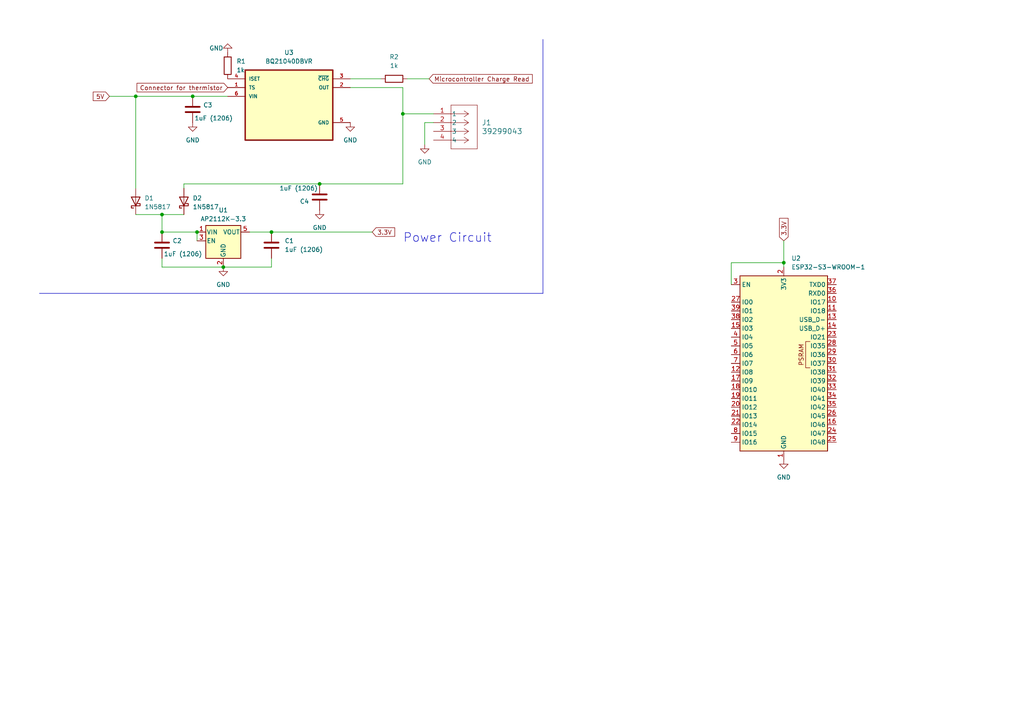
<source format=kicad_sch>
(kicad_sch (version 20231120) (generator "eeschema") (generator_version "8.0")
  (paper "A4")
  (lib_symbols
    (symbol "39299043:39299043" (pin_names (offset 0.254))
      (property "Reference" "J" (at 8.89 6.35 0))
      (property "Value" "39299043" (at 0 0 0))
      (symbol "39299043_1_1"
        (polyline (pts (xy 5.08 -10.16) (xy 12.7 -10.16)) (stroke (width 0.127)))
        (polyline (pts (xy 5.08 2.54) (xy 5.08 -10.16)) (stroke (width 0.127)))
        (polyline (pts (xy 10.16 -7.62) (xy 5.08 -7.62)) (stroke (width 0.127)))
        (polyline (pts (xy 10.16 -7.62) (xy 8.89 -8.4667)) (stroke (width 0.127)))
        (polyline (pts (xy 10.16 -7.62) (xy 8.89 -6.7733)) (stroke (width 0.127)))
        (polyline (pts (xy 10.16 -5.08) (xy 5.08 -5.08)) (stroke (width 0.127)))
        (polyline (pts (xy 10.16 -5.08) (xy 8.89 -5.9267)) (stroke (width 0.127)))
        (polyline (pts (xy 10.16 -5.08) (xy 8.89 -4.2333)) (stroke (width 0.127)))
        (polyline (pts (xy 10.16 -2.54) (xy 5.08 -2.54)) (stroke (width 0.127)))
        (polyline (pts (xy 10.16 -2.54) (xy 8.89 -3.3867)) (stroke (width 0.127)))
        (polyline (pts (xy 10.16 -2.54) (xy 8.89 -1.6933)) (stroke (width 0.127)))
        (polyline (pts (xy 10.16 0) (xy 5.08 0)) (stroke (width 0.127)))
        (polyline (pts (xy 10.16 0) (xy 8.89 -0.8467)) (stroke (width 0.127)))
        (polyline (pts (xy 10.16 0) (xy 8.89 0.8467)) (stroke (width 0.127)))
        (polyline (pts (xy 12.7 -10.16) (xy 12.7 2.54)) (stroke (width 0.127)))
        (polyline (pts (xy 12.7 2.54) (xy 5.08 2.54)) (stroke (width 0.127)))
        (pin unspecified line (at 0 0 0) (length 5.08) (name "1") (number "1"))
        (pin unspecified line (at 0 -2.54 0) (length 5.08) (name "2") (number "2"))
        (pin unspecified line (at 0 -5.08 0) (length 5.08) (name "3") (number "3"))
        (pin unspecified line (at 0 -7.62 0) (length 5.08) (name "4") (number "4"))
      )
      (symbol "39299043_1_2"
        (polyline (pts (xy 5.08 -10.16) (xy 12.7 -10.16)) (stroke (width 0.127)))
        (polyline (pts (xy 5.08 2.54) (xy 5.08 -10.16)) (stroke (width 0.127)))
        (polyline (pts (xy 7.62 -7.62) (xy 5.08 -7.62)) (stroke (width 0.127)))
        (polyline (pts (xy 7.62 -7.62) (xy 8.89 -8.4667)) (stroke (width 0.127)))
        (polyline (pts (xy 7.62 -7.62) (xy 8.89 -6.7733)) (stroke (width 0.127)))
        (polyline (pts (xy 7.62 -5.08) (xy 5.08 -5.08)) (stroke (width 0.127)))
        (polyline (pts (xy 7.62 -5.08) (xy 8.89 -5.9267)) (stroke (width 0.127)))
        (polyline (pts (xy 7.62 -5.08) (xy 8.89 -4.2333)) (stroke (width 0.127)))
        (polyline (pts (xy 7.62 -2.54) (xy 5.08 -2.54)) (stroke (width 0.127)))
        (polyline (pts (xy 7.62 -2.54) (xy 8.89 -3.3867)) (stroke (width 0.127)))
        (polyline (pts (xy 7.62 -2.54) (xy 8.89 -1.6933)) (stroke (width 0.127)))
        (polyline (pts (xy 7.62 0) (xy 5.08 0)) (stroke (width 0.127)))
        (polyline (pts (xy 7.62 0) (xy 8.89 -0.8467)) (stroke (width 0.127)))
        (polyline (pts (xy 7.62 0) (xy 8.89 0.8467)) (stroke (width 0.127)))
        (polyline (pts (xy 12.7 -10.16) (xy 12.7 2.54)) (stroke (width 0.127)))
        (polyline (pts (xy 12.7 2.54) (xy 5.08 2.54)) (stroke (width 0.127)))
        (pin unspecified line (at 0 0 0) (length 5.08) (name "1") (number "1"))
        (pin unspecified line (at 0 -2.54 0) (length 5.08) (name "2") (number "2"))
        (pin unspecified line (at 0 -5.08 0) (length 5.08) (name "3") (number "3"))
        (pin unspecified line (at 0 -7.62 0) (length 5.08) (name "4") (number "4"))
      )
    )
    (symbol "BQ21040DBVR:BQ21040DBVR" (pin_names (offset 1.016))
      (property "Reference" "U" (at -12.7 11.16 0))
      (property "Value" "BQ21040DBVR" (at -12.7 -14.16 0))
      (symbol "BQ21040DBVR_0_0"
        (rectangle (start -12.7 -10.16) (end 12.7 10.16) (stroke (width 0.41)) (fill (type background)))
        (pin input line (at -17.78 5.08 0) (length 5.08) (name "TS") (number "1"))
        (pin output line (at 17.78 5.08 180) (length 5.08) (name "OUT") (number "2"))
        (pin output line (at 17.78 7.62 180) (length 5.08) (name "~{CHG}") (number "3"))
        (pin input line (at -17.78 7.62 0) (length 5.08) (name "ISET") (number "4"))
        (pin power_in line (at 17.78 -5.08 180) (length 5.08) (name "GND") (number "5"))
        (pin input line (at -17.78 2.54 0) (length 5.08) (name "VIN") (number "6"))
      )
    )
    (symbol "Device:C" (pin_numbers hide) (pin_names (offset 0.254))
      (property "Reference" "C" (at 0.635 2.54 0))
      (property "Value" "C" (at 0.635 -2.54 0))
      (symbol "C_0_1"
        (polyline (pts (xy -2.032 -0.762) (xy 2.032 -0.762)) (stroke (width 0.508)))
        (polyline (pts (xy -2.032 0.762) (xy 2.032 0.762)) (stroke (width 0.508)))
      )
      (symbol "C_1_1"
        (pin passive line (at 0 3.81 270) (length 2.794) (name "~") (number "1"))
        (pin passive line (at 0 -3.81 90) (length 2.794) (name "~") (number "2"))
      )
    )
    (symbol "Device:R" (pin_numbers hide) (pin_names (offset 0))
      (property "Reference" "R" (at 2.032 0 90))
      (property "Value" "R" (at 0 0 90))
      (symbol "R_0_1"
        (rectangle (start -1.016 -2.54) (end 1.016 2.54) (stroke (width 0.254)))
      )
      (symbol "R_1_1"
        (pin passive line (at 0 3.81 270) (length 1.27) (name "~") (number "1"))
        (pin passive line (at 0 -3.81 90) (length 1.27) (name "~") (number "2"))
      )
    )
    (symbol "Diode:1N5817" (pin_numbers hide) (pin_names (offset 1.016) hide)
      (property "Reference" "D" (at 0 2.54 0))
      (property "Value" "1N5817" (at 0 -2.54 0))
      (symbol "1N5817_0_1"
        (polyline (pts (xy 1.27 0) (xy -1.27 0)))
        (polyline (pts (xy 1.27 1.27) (xy 1.27 -1.27) (xy -1.27 0) (xy 1.27 1.27)) (stroke (width 0.254)))
        (polyline (pts (xy -1.905 0.635) (xy -1.905 1.27) (xy -1.27 1.27) (xy -1.27 -1.27) (xy -0.635 -1.27) (xy -0.635 -0.635)) (stroke (width 0.254)))
      )
      (symbol "1N5817_1_1"
        (pin passive line (at -3.81 0 0) (length 2.54) (name "K") (number "1"))
        (pin passive line (at 3.81 0 180) (length 2.54) (name "A") (number "2"))
      )
    )
    (symbol "RF_Module:ESP32-S3-WROOM-1"
      (property "Reference" "U" (at -12.7 26.67 0))
      (property "Value" "ESP32-S3-WROOM-1" (at 12.7 26.67 0))
      (symbol "ESP32-S3-WROOM-1_0_0"
        (rectangle (start -12.7 25.4) (end 12.7 -25.4) (stroke (width 0.254)) (fill (type background)))
        (text "PSRAM" (at 5.08 2.54 900) (effects (font (size 1.27 1.27))))
      )
      (symbol "ESP32-S3-WROOM-1_0_1"
        (polyline (pts (xy 7.62 -1.27) (xy 6.35 -1.27) (xy 6.35 6.35) (xy 7.62 6.35)))
      )
      (symbol "ESP32-S3-WROOM-1_1_1"
        (pin power_in line (at 0 -27.94 90) (length 2.54) (name "GND") (number "1"))
        (pin bidirectional line (at 15.24 17.78 180) (length 2.54) (name "IO17") (number "10"))
        (pin bidirectional line (at 15.24 15.24 180) (length 2.54) (name "IO18") (number "11"))
        (pin bidirectional line (at -15.24 -2.54 0) (length 2.54) (name "IO8") (number "12"))
        (pin bidirectional line (at 15.24 12.7 180) (length 2.54) (name "USB_D-") (number "13"))
        (pin bidirectional line (at 15.24 10.16 180) (length 2.54) (name "USB_D+") (number "14"))
        (pin bidirectional line (at -15.24 10.16 0) (length 2.54) (name "IO3") (number "15"))
        (pin bidirectional line (at 15.24 -17.78 180) (length 2.54) (name "IO46") (number "16"))
        (pin bidirectional line (at -15.24 -5.08 0) (length 2.54) (name "IO9") (number "17"))
        (pin bidirectional line (at -15.24 -7.62 0) (length 2.54) (name "IO10") (number "18"))
        (pin bidirectional line (at -15.24 -10.16 0) (length 2.54) (name "IO11") (number "19"))
        (pin power_in line (at 0 27.94 270) (length 2.54) (name "3V3") (number "2"))
        (pin bidirectional line (at -15.24 -12.7 0) (length 2.54) (name "IO12") (number "20"))
        (pin bidirectional line (at -15.24 -15.24 0) (length 2.54) (name "IO13") (number "21"))
        (pin bidirectional line (at -15.24 -17.78 0) (length 2.54) (name "IO14") (number "22"))
        (pin bidirectional line (at 15.24 7.62 180) (length 2.54) (name "IO21") (number "23"))
        (pin bidirectional line (at 15.24 -20.32 180) (length 2.54) (name "IO47") (number "24"))
        (pin bidirectional line (at 15.24 -22.86 180) (length 2.54) (name "IO48") (number "25"))
        (pin bidirectional line (at 15.24 -15.24 180) (length 2.54) (name "IO45") (number "26"))
        (pin bidirectional line (at -15.24 17.78 0) (length 2.54) (name "IO0") (number "27"))
        (pin bidirectional line (at 15.24 5.08 180) (length 2.54) (name "IO35") (number "28"))
        (pin bidirectional line (at 15.24 2.54 180) (length 2.54) (name "IO36") (number "29"))
        (pin input line (at -15.24 22.86 0) (length 2.54) (name "EN") (number "3"))
        (pin bidirectional line (at 15.24 0 180) (length 2.54) (name "IO37") (number "30"))
        (pin bidirectional line (at 15.24 -2.54 180) (length 2.54) (name "IO38") (number "31"))
        (pin bidirectional line (at 15.24 -5.08 180) (length 2.54) (name "IO39") (number "32"))
        (pin bidirectional line (at 15.24 -7.62 180) (length 2.54) (name "IO40") (number "33"))
        (pin bidirectional line (at 15.24 -10.16 180) (length 2.54) (name "IO41") (number "34"))
        (pin bidirectional line (at 15.24 -12.7 180) (length 2.54) (name "IO42") (number "35"))
        (pin bidirectional line (at 15.24 20.32 180) (length 2.54) (name "RXD0") (number "36"))
        (pin bidirectional line (at 15.24 22.86 180) (length 2.54) (name "TXD0") (number "37"))
        (pin bidirectional line (at -15.24 12.7 0) (length 2.54) (name "IO2") (number "38"))
        (pin bidirectional line (at -15.24 15.24 0) (length 2.54) (name "IO1") (number "39"))
        (pin bidirectional line (at -15.24 7.62 0) (length 2.54) (name "IO4") (number "4"))
        (pin passive line (at 0 -27.94 90) (length 2.54) hide (name "GND") (number "40"))
        (pin passive line (at 0 -27.94 90) (length 2.54) hide (name "GND") (number "41"))
        (pin bidirectional line (at -15.24 5.08 0) (length 2.54) (name "IO5") (number "5"))
        (pin bidirectional line (at -15.24 2.54 0) (length 2.54) (name "IO6") (number "6"))
        (pin bidirectional line (at -15.24 0 0) (length 2.54) (name "IO7") (number "7"))
        (pin bidirectional line (at -15.24 -20.32 0) (length 2.54) (name "IO15") (number "8"))
        (pin bidirectional line (at -15.24 -22.86 0) (length 2.54) (name "IO16") (number "9"))
      )
    )
    (symbol "Regulator_Linear:AP2112K-3.3" (pin_names (offset 0.254))
      (property "Reference" "U" (at -5.08 5.715 0))
      (property "Value" "AP2112K-3.3" (at 0 5.715 0))
      (symbol "AP2112K-3.3_0_1"
        (rectangle (start -5.08 4.445) (end 5.08 -5.08) (stroke (width 0.254)) (fill (type background)))
      )
      (symbol "AP2112K-3.3_1_1"
        (pin power_in line (at -7.62 2.54 0) (length 2.54) (name "VIN") (number "1"))
        (pin power_in line (at 0 -7.62 90) (length 2.54) (name "GND") (number "2"))
        (pin input line (at -7.62 0 0) (length 2.54) (name "EN") (number "3"))
        (pin no_connect line (at 5.08 0 180) (length 2.54) hide (name "NC") (number "4"))
        (pin power_out line (at 7.62 2.54 180) (length 2.54) (name "VOUT") (number "5"))
      )
    )
    (symbol "power:GND" (power) (pin_numbers hide) (pin_names (offset 0) hide)
      (property "Value" "GND" (at 0 -3.81 0))
      (symbol "GND_0_1"
        (polyline (pts (xy 0 0) (xy 0 -1.27) (xy 1.27 -1.27) (xy 0 -2.54) (xy -1.27 -1.27) (xy 0 -1.27)))
      )
      (symbol "GND_1_1"
        (pin power_in line (at 0 0 270) (length 0) (name "~") (number "1"))
      )
    )
  )
  (junction (at 227.33 76.2))
  (junction (at 78.74 67.31))
  (junction (at 64.77 77.47))
  (junction (at 39.37 27.94))
  (junction (at 57.15 67.31))
  (junction (at 55.88 27.94))
  (junction (at 92.71 53.34))
  (junction (at 46.99 62.23))
  (junction (at 46.99 67.31))
  (junction (at 116.84 33.02))
  (wire (pts (xy 101.6 22.86) (xy 110.49 22.86)))
  (wire (pts (xy 66.04 27.94) (xy 55.88 27.94)))
  (wire (pts (xy 46.99 67.31) (xy 57.15 67.31)))
  (wire (pts (xy 101.6 25.4) (xy 116.84 25.4)))
  (wire (pts (xy 118.11 22.86) (xy 124.46 22.86)))
  (wire (pts (xy 46.99 62.23) (xy 46.99 67.31)))
  (wire (pts (xy 78.74 74.93) (xy 78.74 77.47)))
  (wire (pts (xy 125.73 33.02) (xy 116.84 33.02)))
  (wire (pts (xy 39.37 27.94) (xy 55.88 27.94)))
  (wire (pts (xy 212.09 82.55) (xy 212.09 76.2)))
  (wire (pts (xy 57.15 67.31) (xy 57.15 69.85)))
  (wire (pts (xy 46.99 74.93) (xy 46.99 77.47)))
  (wire (pts (xy 72.39 67.31) (xy 78.74 67.31)))
  (wire (pts (xy 212.09 76.2) (xy 227.33 76.2)))
  (wire (pts (xy 78.74 67.31) (xy 107.95 67.31)))
  (wire (pts (xy 116.84 33.02) (xy 116.84 53.34)))
  (wire (pts (xy 123.19 35.56) (xy 123.19 41.91)))
  (wire (pts (xy 46.99 62.23) (xy 53.34 62.23)))
  (wire (pts (xy 39.37 62.23) (xy 46.99 62.23)))
  (wire (pts (xy 227.33 69.85) (xy 227.33 76.2)))
  (wire (pts (xy 39.37 27.94) (xy 39.37 54.61)))
  (wire (pts (xy 46.99 77.47) (xy 64.77 77.47)))
  (wire (pts (xy 227.33 76.2) (xy 227.33 77.47)))
  (wire (pts (xy 53.34 53.34) (xy 92.71 53.34)))
  (wire (pts (xy 116.84 25.4) (xy 116.84 33.02)))
  (wire (pts (xy 31.75 27.94) (xy 39.37 27.94)))
  (wire (pts (xy 64.77 77.47) (xy 78.74 77.47)))
  (wire (pts (xy 92.71 53.34) (xy 116.84 53.34)))
  (polyline (pts (xy 157.48 11.43) (xy 157.48 85.09)))
  (polyline (pts (xy 11.43 85.09) (xy 157.48 85.09)))
  (wire (pts (xy 125.73 35.56) (xy 123.19 35.56)))
  (wire (pts (xy 53.34 54.61) (xy 53.34 53.34)))
  (text "Power Circuit" (at 129.794 69.088 0) (effects (font (size 2.54 2.54))))
  (global_label "3.3V" (shape input) (at 107.95 67.31 0) (property "Intersheetrefs" "${INTERSHEET_REFS}" (effects (hide yes))))
  (global_label "Microcontroller Charge Read" (shape input) (at 124.46 22.86 0) (property "Intersheetrefs" "${INTERSHEET_REFS}" (effects (hide yes))))
  (global_label "5V" (shape input) (at 31.75 27.94 180) (property "Intersheetrefs" "${INTERSHEET_REFS}" (effects (hide yes))))
  (global_label "3.3V" (shape input) (at 227.33 69.85 90) (property "Intersheetrefs" "${INTERSHEET_REFS}" (effects (hide yes))))
  (global_label "Connector for thermistor" (shape input) (at 66.04 25.4 180) (property "Intersheetrefs" "${INTERSHEET_REFS}" (effects (hide yes))))
  (symbol (lib_id "power:GND") (at 123.19 41.91 0) (unit 1)
    (property "Reference" "#PWR07" (effects (hide yes)))
    (property "Value" "GND" (at 123.19 46.99 0))
    (property "Description" "Power symbol creates a global label with name \"GND\" , ground" (effects (hide yes)))
  )
  (symbol (lib_id "power:GND") (at 55.88 35.56 0) (unit 1)
    (property "Reference" "#PWR05" (effects (hide yes)))
    (property "Value" "GND" (at 55.88 40.64 0))
    (property "Description" "Power symbol creates a global label with name \"GND\" , ground" (effects (hide yes)))
  )
  (symbol (lib_id "Device:C") (at 55.88 31.75 0) (unit 1)
    (property "Reference" "C3" (at 58.928 30.48 0) (effects (justify left)))
    (property "Value" "1uF (1206)" (at 56.388 34.29 0) (effects (justify left)))
    (property "Footprint" "Capacitor_SMD:C_1206_3216Metric_Pad1.33x1.80mm_HandSolder" (effects (hide yes)))
    (property "Description" "Unpolarized capacitor" (effects (hide yes)))
  )
  (symbol (lib_id "39299043:39299043") (at 125.73 33.02 0) (unit 1)
    (property "Reference" "J1" (at 139.7 35.5599 0) (effects (font (size 1.524 1.524)) (justify left)))
    (property "Value" "39299043" (at 139.7 38.0999 0) (effects (font (size 1.524 1.524)) (justify left)))
    (property "Footprint" "CONN_5566-04x2_MOL" (effects (hide yes)))
    (property "Datasheet" "39299043" (effects (hide yes)))
  )
  (symbol (lib_id "Diode:1N5817") (at 53.34 58.42 90) (unit 1)
    (property "Reference" "D2" (at 55.88 57.4674 90) (effects (justify right)))
    (property "Value" "1N5817" (at 55.88 60.0074 90) (effects (justify right)))
    (property "Footprint" "Diode_THT:D_DO-41_SOD81_P10.16mm_Horizontal" (effects (hide yes)))
    (property "Datasheet" "http://www.vishay.com/docs/88525/1n5817.pdf" (effects (hide yes)))
    (property "Description" "20V 1A Schottky Barrier Rectifier Diode, DO-41" (effects (hide yes)))
  )
  (symbol (lib_id "Device:C") (at 46.99 71.12 0) (unit 1)
    (property "Reference" "C2" (at 50.038 69.85 0) (effects (justify left)))
    (property "Value" "1uF (1206)" (at 47.498 73.66 0) (effects (justify left)))
    (property "Footprint" "Capacitor_SMD:C_1206_3216Metric_Pad1.33x1.80mm_HandSolder" (effects (hide yes)))
    (property "Description" "Unpolarized capacitor" (effects (hide yes)))
  )
  (symbol (lib_id "RF_Module:ESP32-S3-WROOM-1") (at 227.33 105.41 0) (unit 1)
    (property "Reference" "U2" (at 229.5241 74.93 0) (effects (justify left)))
    (property "Value" "ESP32-S3-WROOM-1" (at 229.5241 77.47 0) (effects (justify left)))
    (property "Footprint" "RF_Module:ESP32-S3-WROOM-1" (effects (hide yes)))
    (property "Datasheet" "https://www.espressif.com/sites/default/files/documentation/esp32-s3-wroom-1_wroom-1u_datasheet_en.pdf" (effects (hide yes)))
    (property "Description" "RF Module, ESP32-S3 SoC, Wi-Fi 802.11b/g/n, Bluetooth, BLE, 32-bit, 3.3V, onboard antenna, SMD" (effects (hide yes)))
  )
  (symbol (lib_id "Device:C") (at 92.71 57.15 180) (unit 1)
    (property "Reference" "C4" (at 89.662 58.42 0) (effects (justify left)))
    (property "Value" "1uF (1206)" (at 92.202 54.61 0) (effects (justify left)))
    (property "Footprint" "Capacitor_SMD:C_1206_3216Metric_Pad1.33x1.80mm_HandSolder" (effects (hide yes)))
    (property "Description" "Unpolarized capacitor" (effects (hide yes)))
  )
  (symbol (lib_id "Device:C") (at 78.74 71.12 0) (unit 1)
    (property "Reference" "C1" (at 82.55 69.8499 0) (effects (justify left)))
    (property "Value" "1uF (1206)" (at 82.55 72.3899 0) (effects (justify left)))
    (property "Footprint" "Capacitor_SMD:C_1206_3216Metric_Pad1.33x1.80mm_HandSolder" (effects (hide yes)))
    (property "Description" "Unpolarized capacitor" (effects (hide yes)))
  )
  (symbol (lib_id "power:GND") (at 227.33 133.35 0) (unit 1)
    (property "Reference" "#PWR02" (effects (hide yes)))
    (property "Value" "GND" (at 227.33 138.43 0))
    (property "Description" "Power symbol creates a global label with name \"GND\" , ground" (effects (hide yes)))
  )
  (symbol (lib_id "power:GND") (at 66.04 15.24 180) (unit 1)
    (property "Reference" "#PWR06" (effects (hide yes)))
    (property "Value" "GND" (at 62.738 13.97 0))
    (property "Description" "Power symbol creates a global label with name \"GND\" , ground" (effects (hide yes)))
  )
  (symbol (lib_id "Regulator_Linear:AP2112K-3.3") (at 64.77 69.85 0) (unit 1)
    (property "Reference" "U1" (at 64.77 60.96 0))
    (property "Value" "AP2112K-3.3" (at 64.77 63.5 0))
    (property "Footprint" "Package_TO_SOT_SMD:SOT-23-5" (effects (hide yes)))
    (property "Datasheet" "https://www.diodes.com/assets/Datasheets/AP2112.pdf" (effects (hide yes)))
    (property "Description" "600mA low dropout linear regulator, with enable pin, 3.8V-6V input voltage range, 3.3V fixed positive output, SOT-23-5" (effects (hide yes)))
  )
  (symbol (lib_id "power:GND") (at 101.6 35.56 0) (unit 1)
    (property "Reference" "#PWR03" (effects (hide yes)))
    (property "Value" "GND" (at 101.6 40.64 0))
    (property "Description" "Power symbol creates a global label with name \"GND\" , ground" (effects (hide yes)))
  )
  (symbol (lib_id "Device:R") (at 66.04 19.05 0) (unit 1)
    (property "Reference" "R1" (at 68.58 17.7799 0) (effects (justify left)))
    (property "Value" "1k" (at 68.58 20.3199 0) (effects (justify left)))
    (property "Footprint" "Resistor_SMD:R_1206_3216Metric_Pad1.30x1.75mm_HandSolder" (effects (hide yes)))
    (property "Description" "Resistor" (effects (hide yes)))
  )
  (symbol (lib_id "power:GND") (at 64.77 77.47 0) (unit 1)
    (property "Reference" "#PWR01" (effects (hide yes)))
    (property "Value" "GND" (at 64.77 82.55 0))
    (property "Description" "Power symbol creates a global label with name \"GND\" , ground" (effects (hide yes)))
  )
  (symbol (lib_id "Diode:1N5817") (at 39.37 58.42 90) (unit 1)
    (property "Reference" "D1" (at 41.91 57.4674 90) (effects (justify right)))
    (property "Value" "1N5817" (at 41.91 60.0074 90) (effects (justify right)))
    (property "Footprint" "Diode_THT:D_DO-41_SOD81_P10.16mm_Horizontal" (effects (hide yes)))
    (property "Datasheet" "http://www.vishay.com/docs/88525/1n5817.pdf" (effects (hide yes)))
    (property "Description" "20V 1A Schottky Barrier Rectifier Diode, DO-41" (effects (hide yes)))
  )
  (symbol (lib_id "power:GND") (at 92.71 60.96 0) (unit 1)
    (property "Reference" "#PWR04" (effects (hide yes)))
    (property "Value" "GND" (at 92.71 66.04 0))
    (property "Description" "Power symbol creates a global label with name \"GND\" , ground" (effects (hide yes)))
  )
  (symbol (lib_id "BQ21040DBVR:BQ21040DBVR") (at 83.82 30.48 0) (unit 1)
    (property "Reference" "U3" (at 83.82 15.24 0))
    (property "Value" "BQ21040DBVR" (at 83.82 17.78 0))
    (property "Footprint" "BQ21040DBVR:SOT95P280X145-6N" (effects (hide yes)))
  )
  (symbol (lib_id "Device:R") (at 114.3 22.86 90) (unit 1)
    (property "Reference" "R2" (at 114.3 16.51 90))
    (property "Value" "1k" (at 114.3 19.05 90))
    (property "Footprint" "Resistor_SMD:R_1206_3216Metric_Pad1.30x1.75mm_HandSolder" (effects (hide yes)))
    (property "Description" "Resistor" (effects (hide yes)))
  )
)
</source>
